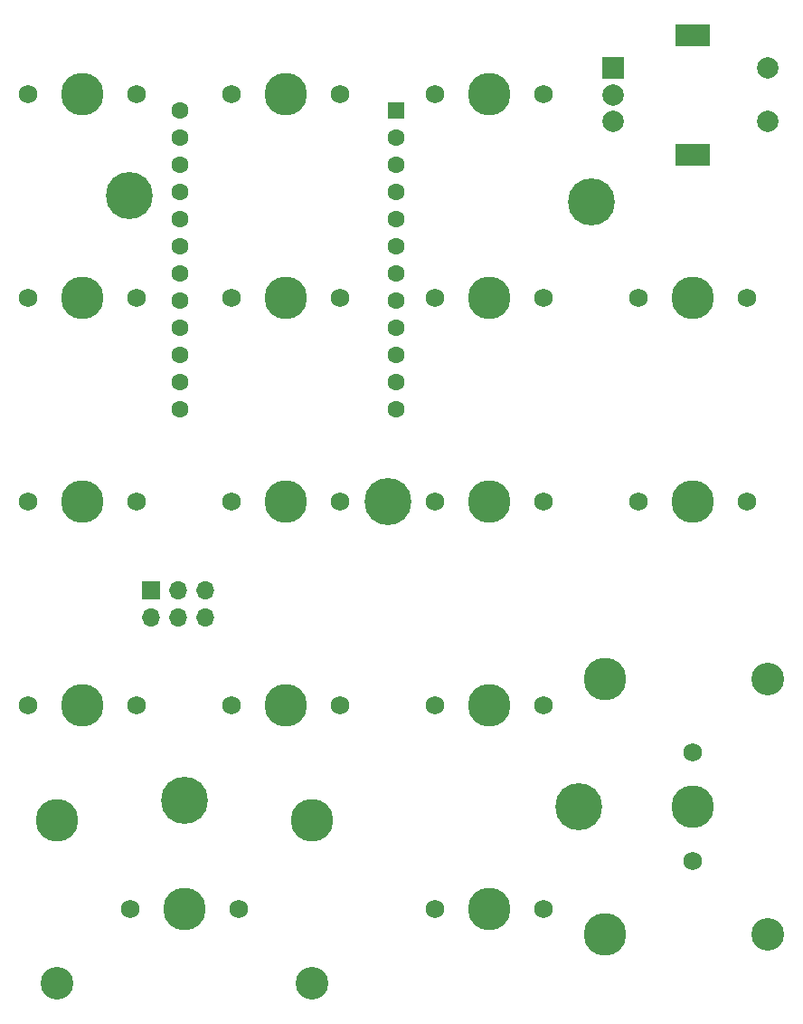
<source format=gbr>
%TF.GenerationSoftware,KiCad,Pcbnew,(5.1.7)-1*%
%TF.CreationDate,2020-12-03T23:54:14-08:00*%
%TF.ProjectId,dropout-miniusb,64726f70-6f75-4742-9d6d-696e69757362,rev?*%
%TF.SameCoordinates,Original*%
%TF.FileFunction,Soldermask,Top*%
%TF.FilePolarity,Negative*%
%FSLAX46Y46*%
G04 Gerber Fmt 4.6, Leading zero omitted, Abs format (unit mm)*
G04 Created by KiCad (PCBNEW (5.1.7)-1) date 2020-12-03 23:54:14*
%MOMM*%
%LPD*%
G01*
G04 APERTURE LIST*
%ADD10C,3.987800*%
%ADD11C,1.750000*%
%ADD12O,1.700000X1.700000*%
%ADD13R,1.700000X1.700000*%
%ADD14R,1.600000X1.600000*%
%ADD15C,1.600000*%
%ADD16C,3.048000*%
%ADD17R,2.000000X2.000000*%
%ADD18C,2.000000*%
%ADD19R,3.200000X2.000000*%
%ADD20C,4.400000*%
G04 APERTURE END LIST*
D10*
%TO.C,K-7*%
X101654508Y-78725405D03*
D11*
X96574508Y-78725405D03*
X106734508Y-78725405D03*
%TD*%
D10*
%TO.C,K-STAR1*%
X139754508Y-59675405D03*
D11*
X134674508Y-59675405D03*
X144834508Y-59675405D03*
%TD*%
D12*
%TO.C,J-ISP1*%
X113112000Y-108634000D03*
X113112000Y-106094000D03*
X110572000Y-108634000D03*
X110572000Y-106094000D03*
X108032000Y-108634000D03*
D13*
X108032000Y-106094000D03*
%TD*%
D14*
%TO.C,U1*%
X130976382Y-61214016D03*
D15*
X130976382Y-63754016D03*
X130976382Y-66294016D03*
X130976382Y-68834016D03*
X130976382Y-71374016D03*
X130976382Y-73914016D03*
X130976382Y-76454016D03*
X130976382Y-78994016D03*
X130976382Y-81534016D03*
X130976382Y-84074016D03*
X130976382Y-86614016D03*
X130976382Y-89154016D03*
X110736382Y-89154016D03*
X110736382Y-86614016D03*
X110736382Y-84074016D03*
X110736382Y-81534016D03*
X110736382Y-78994016D03*
X110736382Y-76454016D03*
X110736382Y-73914016D03*
X110736382Y-71374016D03*
X110736382Y-68834016D03*
X110736382Y-66294016D03*
X110736382Y-63754016D03*
X110736382Y-61214016D03*
%TD*%
D10*
%TO.C,K-8*%
X120704508Y-78725405D03*
D11*
X115624508Y-78725405D03*
X125784508Y-78725405D03*
%TD*%
D10*
%TO.C,K-ENT1*%
X150549508Y-114412405D03*
X150549508Y-138288405D03*
D16*
X165789508Y-114412405D03*
X165789508Y-138288405D03*
D11*
X158804508Y-121270405D03*
X158804508Y-131430405D03*
D10*
X158804508Y-126350405D03*
%TD*%
%TO.C,K-0*%
X123117508Y-127620405D03*
X99241508Y-127620405D03*
D16*
X123117508Y-142860405D03*
X99241508Y-142860405D03*
D11*
X116259508Y-135875405D03*
X106099508Y-135875405D03*
D10*
X111179508Y-135875405D03*
%TD*%
D17*
%TO.C,SW1*%
X151304508Y-57294155D03*
D18*
X151304508Y-59794155D03*
X151304508Y-62294155D03*
D19*
X158804508Y-54194155D03*
X158804508Y-65394155D03*
D18*
X165804508Y-57294155D03*
X165804508Y-62294155D03*
%TD*%
D10*
%TO.C,K-PLUS1*%
X158804508Y-97775405D03*
D11*
X153724508Y-97775405D03*
X163884508Y-97775405D03*
%TD*%
%TO.C,K-NUM1*%
X106734508Y-59675405D03*
X96574508Y-59675405D03*
D10*
X101654508Y-59675405D03*
%TD*%
%TO.C,K-MIN1*%
X158804508Y-78725405D03*
D11*
X153724508Y-78725405D03*
X163884508Y-78725405D03*
%TD*%
D10*
%TO.C,K-DEL1*%
X139754508Y-135875405D03*
D11*
X134674508Y-135875405D03*
X144834508Y-135875405D03*
%TD*%
D10*
%TO.C,K-/1*%
X120704508Y-59675405D03*
D11*
X115624508Y-59675405D03*
X125784508Y-59675405D03*
%TD*%
D10*
%TO.C,K-9*%
X139754508Y-78725405D03*
D11*
X134674508Y-78725405D03*
X144834508Y-78725405D03*
%TD*%
D10*
%TO.C,K-6*%
X139754508Y-97775405D03*
D11*
X134674508Y-97775405D03*
X144834508Y-97775405D03*
%TD*%
D10*
%TO.C,K-5*%
X120704508Y-97775405D03*
D11*
X115624508Y-97775405D03*
X125784508Y-97775405D03*
%TD*%
D10*
%TO.C,K-4*%
X101654508Y-97775405D03*
D11*
X96574508Y-97775405D03*
X106734508Y-97775405D03*
%TD*%
D10*
%TO.C,K-1*%
X101654516Y-116825381D03*
D11*
X96574516Y-116825381D03*
X106734516Y-116825381D03*
%TD*%
D10*
%TO.C,K-2*%
X120704508Y-116825405D03*
D11*
X115624508Y-116825405D03*
X125784508Y-116825405D03*
%TD*%
D10*
%TO.C,K-3*%
X139754548Y-116825381D03*
D11*
X134674548Y-116825381D03*
X144834548Y-116825381D03*
%TD*%
D20*
%TO.C,H5*%
X105973557Y-69230886D03*
%TD*%
%TO.C,H4*%
X148088930Y-126350389D03*
%TD*%
%TO.C,H3*%
X130229540Y-97775365D03*
%TD*%
%TO.C,H2*%
X149279556Y-69826199D03*
%TD*%
%TO.C,H1*%
X111179524Y-125755076D03*
%TD*%
M02*

</source>
